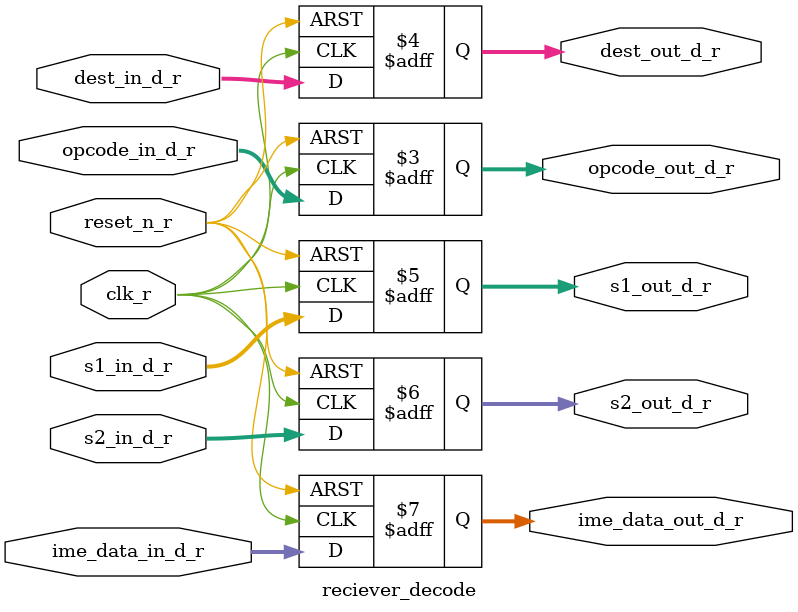
<source format=v>
`timescale 1ns / 1ps
module reciever_decode(
    input [4:0] opcode_in_d_r,
    input [3:0] dest_in_d_r,
    input [3:0] s1_in_d_r,
    input [3:0] s2_in_d_r,
    input [31:0] ime_data_in_d_r,
    output reg [4:0] opcode_out_d_r,
    output reg [3:0] dest_out_d_r,
    output reg [3:0] s1_out_d_r,
    output reg [3:0] s2_out_d_r,
    output reg [31:0] ime_data_out_d_r,
    input clk_r,
    input reset_n_r
    );

always@(posedge clk_r or negedge reset_n_r)
begin
  if(~reset_n_r)
  begin
    opcode_out_d_r<=0;
	 dest_out_d_r<=0;
	 s1_out_d_r<=0;
	 s2_out_d_r<=0;
	 ime_data_out_d_r<=0;
  end
  else
  begin
    opcode_out_d_r <= opcode_in_d_r;
	 dest_out_d_r <= dest_in_d_r;
	 s1_out_d_r <= s1_in_d_r;
	 s2_out_d_r <= s2_in_d_r;
	 ime_data_out_d_r <= ime_data_in_d_r;
  end
end

endmodule

</source>
